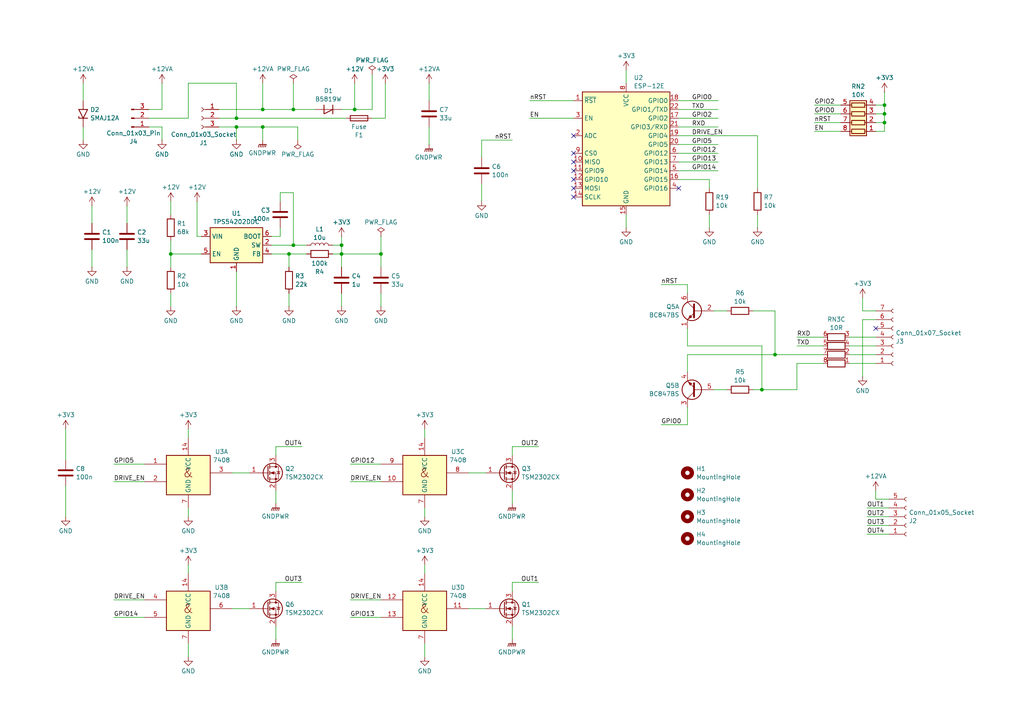
<source format=kicad_sch>
(kicad_sch (version 20231120) (generator "eeschema") (generator_version "8.0")
  (paper "A4")
  (lib_symbols
    (symbol "74xx_IEEE:7408"
      (property "Reference" "U" (at 2.54 7.62 0))
      (property "Value" "7408" (at 3.81 -8.89 0))
      (symbol "7408_0_1"
        (text "&" (at 0 0 0) (effects (font (size 2.54 2.54))))
        (pin power_in line (at 0 10.16 270) (length 5.08) (name "VCC") (number "14"))
        (pin power_in line (at 0 -10.16 90) (length 3.81) (name "GND") (number "7"))
      )
      (symbol "7408_1_1"
        (pin input line (at -12.7 2.54 0) (length 6.35) (name "~") (number "1"))
        (pin input line (at -12.7 -2.54 0) (length 6.35) (name "~") (number "2"))
        (pin output line (at 12.7 0 180) (length 6.35) (name "~") (number "3"))
      )
      (symbol "7408_2_1"
        (pin input line (at -12.7 2.54 0) (length 6.35) (name "~") (number "4"))
        (pin input line (at -12.7 -2.54 0) (length 6.35) (name "~") (number "5"))
        (pin input line (at 12.7 0 180) (length 6.35) (name "~") (number "6"))
      )
      (symbol "7408_3_1"
        (pin input line (at -12.7 -2.54 0) (length 6.35) (name "~") (number "10"))
        (pin input line (at 12.7 0 180) (length 6.35) (name "~") (number "8"))
        (pin input line (at -12.7 2.54 0) (length 6.35) (name "~") (number "9"))
      )
      (symbol "7408_4_1"
        (pin input line (at 12.7 0 180) (length 6.35) (name "~") (number "11"))
        (pin input line (at -12.7 2.54 0) (length 6.35) (name "~") (number "12"))
        (pin input line (at -12.7 -2.54 0) (length 6.35) (name "~") (number "13"))
      )
    )
    (symbol "Connector:Conn_01x03_Pin" (pin_names (offset 1.016) hide)
      (property "Reference" "J" (at 0 5.08 0))
      (property "Value" "Conn_01x03_Pin" (at 0 -5.08 0))
      (symbol "Conn_01x03_Pin_1_1"
        (pin passive line (at 5.08 2.54 180) (length 3.81) (name "Pin_1") (number "1"))
        (pin passive line (at 5.08 0 180) (length 3.81) (name "Pin_2") (number "2"))
        (pin passive line (at 5.08 -2.54 180) (length 3.81) (name "Pin_3") (number "3"))
      )
    )
    (symbol "Connector:Conn_01x03_Socket" (pin_names (offset 1.016) hide)
      (property "Reference" "J" (at 0 5.08 0))
      (property "Value" "Conn_01x03_Socket" (at 0 -5.08 0))
      (symbol "Conn_01x03_Socket_1_1"
        (pin passive line (at -5.08 2.54 0) (length 3.81) (name "Pin_1") (number "1"))
        (pin passive line (at -5.08 0 0) (length 3.81) (name "Pin_2") (number "2"))
        (pin passive line (at -5.08 -2.54 0) (length 3.81) (name "Pin_3") (number "3"))
      )
    )
    (symbol "Connector:Conn_01x05_Socket" (pin_names (offset 1.016) hide)
      (property "Reference" "J" (at 0 7.62 0))
      (property "Value" "Conn_01x05_Socket" (at 0 -7.62 0))
      (symbol "Conn_01x05_Socket_1_1"
        (pin passive line (at -5.08 5.08 0) (length 3.81) (name "Pin_1") (number "1"))
        (pin passive line (at -5.08 2.54 0) (length 3.81) (name "Pin_2") (number "2"))
        (pin passive line (at -5.08 0 0) (length 3.81) (name "Pin_3") (number "3"))
        (pin passive line (at -5.08 -2.54 0) (length 3.81) (name "Pin_4") (number "4"))
        (pin passive line (at -5.08 -5.08 0) (length 3.81) (name "Pin_5") (number "5"))
      )
    )
    (symbol "Connector:Conn_01x07_Socket" (pin_names (offset 1.016) hide)
      (property "Reference" "J" (at 0 10.16 0))
      (property "Value" "Conn_01x07_Socket" (at 0 -10.16 0))
      (symbol "Conn_01x07_Socket_1_1"
        (pin passive line (at -5.08 7.62 0) (length 3.81) (name "Pin_1") (number "1"))
        (pin passive line (at -5.08 5.08 0) (length 3.81) (name "Pin_2") (number "2"))
        (pin passive line (at -5.08 2.54 0) (length 3.81) (name "Pin_3") (number "3"))
        (pin passive line (at -5.08 0 0) (length 3.81) (name "Pin_4") (number "4"))
        (pin passive line (at -5.08 -2.54 0) (length 3.81) (name "Pin_5") (number "5"))
        (pin passive line (at -5.08 -5.08 0) (length 3.81) (name "Pin_6") (number "6"))
        (pin passive line (at -5.08 -7.62 0) (length 3.81) (name "Pin_7") (number "7"))
      )
    )
    (symbol "Device:C" (pin_numbers hide) (pin_names (offset 0.254))
      (property "Reference" "C" (at 0.635 2.54 0))
      (property "Value" "C" (at 0.635 -2.54 0))
      (symbol "C_1_1"
        (pin passive line (at 0 3.81 270) (length 2.794) (name "~") (number "1"))
        (pin passive line (at 0 -3.81 90) (length 2.794) (name "~") (number "2"))
      )
    )
    (symbol "Device:D_Shockley" (pin_numbers hide) (pin_names (offset 1.016) hide)
      (property "Reference" "D" (at 0 2.54 0))
      (property "Value" "D_Shockley" (at 0 -2.54 0))
      (symbol "D_Shockley_1_1"
        (pin passive line (at -3.81 0 0) (length 2.54) (name "K") (number "1"))
        (pin passive line (at 3.81 0 180) (length 2.54) (name "A") (number "2"))
      )
    )
    (symbol "Device:Fuse" (pin_numbers hide) (pin_names (offset 0))
      (property "Reference" "F" (at 2.032 0 90))
      (property "Value" "Fuse" (at -1.905 0 90))
      (symbol "Fuse_1_1"
        (pin passive line (at 0 3.81 270) (length 1.27) (name "~") (number "1"))
        (pin passive line (at 0 -3.81 90) (length 1.27) (name "~") (number "2"))
      )
    )
    (symbol "Device:L" (pin_numbers hide) (pin_names (offset 1.016) hide)
      (property "Reference" "L" (at -1.27 0 90))
      (property "Value" "L" (at 1.905 0 90))
      (symbol "L_1_1"
        (pin passive line (at 0 3.81 270) (length 1.27) (name "1") (number "1"))
        (pin passive line (at 0 -3.81 90) (length 1.27) (name "2") (number "2"))
      )
    )
    (symbol "Device:R" (pin_numbers hide) (pin_names (offset 0))
      (property "Reference" "R" (at 2.032 0 90))
      (property "Value" "R" (at 0 0 90))
      (symbol "R_1_1"
        (pin passive line (at 0 3.81 270) (length 1.27) (name "~") (number "1"))
        (pin passive line (at 0 -3.81 90) (length 1.27) (name "~") (number "2"))
      )
    )
    (symbol "Device:R_Pack04" (pin_names (offset 0) hide)
      (property "Reference" "RN" (at -7.62 0 90))
      (property "Value" "R_Pack04" (at 5.08 0 90))
      (symbol "R_Pack04_1_1"
        (pin passive line (at -5.08 -5.08 90) (length 2.54) (name "R1.1") (number "1"))
        (pin passive line (at -2.54 -5.08 90) (length 2.54) (name "R2.1") (number "2"))
        (pin passive line (at 0 -5.08 90) (length 2.54) (name "R3.1") (number "3"))
        (pin passive line (at 2.54 -5.08 90) (length 2.54) (name "R4.1") (number "4"))
        (pin passive line (at 2.54 5.08 270) (length 2.54) (name "R4.2") (number "5"))
        (pin passive line (at 0 5.08 270) (length 2.54) (name "R3.2") (number "6"))
        (pin passive line (at -2.54 5.08 270) (length 2.54) (name "R2.2") (number "7"))
        (pin passive line (at -5.08 5.08 270) (length 2.54) (name "R1.2") (number "8"))
      )
    )
    (symbol "Device:R_Pack04_Split" (pin_names (offset 0) hide)
      (property "Reference" "RN" (at 2.032 0 90))
      (property "Value" "R_Pack04_Split" (at 0 0 90))
      (symbol "R_Pack04_Split_1_1"
        (pin passive line (at 0 -3.81 90) (length 1.27) (name "R1.1") (number "1"))
        (pin passive line (at 0 3.81 270) (length 1.27) (name "R1.2") (number "8"))
      )
      (symbol "R_Pack04_Split_2_1"
        (pin passive line (at 0 -3.81 90) (length 1.27) (name "R2.1") (number "2"))
        (pin passive line (at 0 3.81 270) (length 1.27) (name "R2.2") (number "7"))
      )
      (symbol "R_Pack04_Split_3_1"
        (pin passive line (at 0 -3.81 90) (length 1.27) (name "R3.1") (number "3"))
        (pin passive line (at 0 3.81 270) (length 1.27) (name "R3.2") (number "6"))
      )
      (symbol "R_Pack04_Split_4_1"
        (pin passive line (at 0 -3.81 90) (length 1.27) (name "R4.1") (number "4"))
        (pin passive line (at 0 3.81 270) (length 1.27) (name "R4.2") (number "5"))
      )
    )
    (symbol "Diode:SMAJ12A" (pin_numbers hide) (pin_names (offset 1.016) hide)
      (property "Reference" "D" (at 0 2.54 0))
      (property "Value" "SMAJ12A" (at 0 -2.54 0))
      (symbol "SMAJ12A_1_1"
        (pin passive line (at -3.81 0 0) (length 2.54) (name "A1") (number "1"))
        (pin passive line (at 3.81 0 180) (length 2.54) (name "A2") (number "2"))
      )
    )
    (symbol "Mechanical:MountingHole" (pin_names (offset 1.016)) (exclude_from_sim yes) (in_bom no)
      (property "Reference" "H" (at 0 5.08 0))
      (property "Value" "MountingHole" (at 0 3.175 0))
    )
    (symbol "RF_Module:ESP-12E"
      (property "Reference" "U" (at -12.7 19.05 0))
      (property "Value" "ESP-12E" (at 12.7 19.05 0))
      (symbol "ESP-12E_1_1"
        (pin input line (at -15.24 15.24 0) (length 2.54) (name "~{RST}") (number "1"))
        (pin bidirectional line (at -15.24 -2.54 0) (length 2.54) (name "MISO") (number "10"))
        (pin bidirectional line (at -15.24 -5.08 0) (length 2.54) (name "GPIO9") (number "11"))
        (pin bidirectional line (at -15.24 -7.62 0) (length 2.54) (name "GPIO10") (number "12"))
        (pin bidirectional line (at -15.24 -10.16 0) (length 2.54) (name "MOSI") (number "13"))
        (pin bidirectional line (at -15.24 -12.7 0) (length 2.54) (name "SCLK") (number "14"))
        (pin power_in line (at 0 -17.78 90) (length 2.54) (name "GND") (number "15"))
        (pin bidirectional line (at 15.24 -7.62 180) (length 2.54) (name "GPIO15") (number "16"))
        (pin bidirectional line (at 15.24 10.16 180) (length 2.54) (name "GPIO2") (number "17"))
        (pin bidirectional line (at 15.24 15.24 180) (length 2.54) (name "GPIO0") (number "18"))
        (pin bidirectional line (at 15.24 5.08 180) (length 2.54) (name "GPIO4") (number "19"))
        (pin input line (at -15.24 5.08 0) (length 2.54) (name "ADC") (number "2"))
        (pin bidirectional line (at 15.24 2.54 180) (length 2.54) (name "GPIO5") (number "20"))
        (pin bidirectional line (at 15.24 7.62 180) (length 2.54) (name "GPIO3/RXD") (number "21"))
        (pin bidirectional line (at 15.24 12.7 180) (length 2.54) (name "GPIO1/TXD") (number "22"))
        (pin input line (at -15.24 10.16 0) (length 2.54) (name "EN") (number "3"))
        (pin bidirectional line (at 15.24 -10.16 180) (length 2.54) (name "GPIO16") (number "4"))
        (pin bidirectional line (at 15.24 -5.08 180) (length 2.54) (name "GPIO14") (number "5"))
        (pin bidirectional line (at 15.24 0 180) (length 2.54) (name "GPIO12") (number "6"))
        (pin bidirectional line (at 15.24 -2.54 180) (length 2.54) (name "GPIO13") (number "7"))
        (pin power_in line (at 0 20.32 270) (length 2.54) (name "VCC") (number "8"))
        (pin input line (at -15.24 0 0) (length 2.54) (name "CS0") (number "9"))
      )
    )
    (symbol "Regulator_Switching:TPS54202DDC"
      (property "Reference" "U" (at -7.62 6.35 0))
      (property "Value" "TPS54202DDC" (at 0 6.35 0))
      (symbol "TPS54202DDC_1_1"
        (pin power_in line (at 0 -7.62 90) (length 2.54) (name "GND") (number "1"))
        (pin power_out line (at 10.16 0 180) (length 2.54) (name "SW") (number "2"))
        (pin power_in line (at -10.16 2.54 0) (length 2.54) (name "VIN") (number "3"))
        (pin input line (at 10.16 -2.54 180) (length 2.54) (name "FB") (number "4"))
        (pin input line (at -10.16 -2.54 0) (length 2.54) (name "EN") (number "5"))
        (pin passive line (at 10.16 2.54 180) (length 2.54) (name "BOOT") (number "6"))
      )
    )
    (symbol "Transistor_BJT:BC847BS" (pin_names (offset 0) hide)
      (property "Reference" "Q" (at 5.08 1.27 0))
      (property "Value" "BC847BS" (at 5.08 -1.27 0))
      (symbol "BC847BS_1_1"
        (pin passive line (at 2.54 -5.08 90) (length 2.54) (name "E1") (number "1"))
        (pin input line (at -5.08 0 0) (length 2.54) (name "B1") (number "2"))
        (pin passive line (at 2.54 5.08 270) (length 2.54) (name "C1") (number "6"))
      )
      (symbol "BC847BS_2_1"
        (pin passive line (at 2.54 5.08 270) (length 2.54) (name "C2") (number "3"))
        (pin passive line (at 2.54 -5.08 90) (length 2.54) (name "E2") (number "4"))
        (pin input line (at -5.08 0 0) (length 2.54) (name "B2") (number "5"))
      )
    )
    (symbol "Transistor_FET:TSM2302CX" (pin_names hide)
      (property "Reference" "Q" (at 5.08 1.905 0))
      (property "Value" "TSM2302CX" (at 5.08 0 0))
      (symbol "TSM2302CX_1_1"
        (pin input line (at -5.08 0 0) (length 2.54) (name "G") (number "1"))
        (pin passive line (at 2.54 -5.08 90) (length 2.54) (name "S") (number "2"))
        (pin passive line (at 2.54 5.08 270) (length 2.54) (name "D") (number "3"))
      )
    )
    (symbol "power:+12V" (power) (pin_numbers hide) (pin_names (offset 0) hide)
      (property "Value" "+12V" (at 0 3.556 0))
      (symbol "+12V_1_1"
        (pin power_in line (at 0 0 90) (length 0) (name "~") (number "1"))
      )
    )
    (symbol "power:+12VA" (power) (pin_numbers hide) (pin_names (offset 0) hide)
      (property "Value" "+12VA" (at 0 3.556 0))
      (symbol "+12VA_1_1"
        (pin power_in line (at 0 0 90) (length 0) (name "~") (number "1"))
      )
    )
    (symbol "power:+3V3" (power) (pin_numbers hide) (pin_names (offset 0) hide)
      (property "Value" "+3V3" (at 0 3.556 0))
      (symbol "+3V3_1_1"
        (pin power_in line (at 0 0 90) (length 0) (name "~") (number "1"))
      )
    )
    (symbol "power:GND" (power) (pin_numbers hide) (pin_names (offset 0) hide)
      (property "Value" "GND" (at 0 -3.81 0))
      (symbol "GND_1_1"
        (pin power_in line (at 0 0 270) (length 0) (name "~") (number "1"))
      )
    )
    (symbol "power:GNDPWR" (power) (pin_numbers hide) (pin_names (offset 0) hide)
      (property "Value" "GNDPWR" (at 0 -3.302 0))
      (symbol "GNDPWR_1_1"
        (pin power_in line (at 0 0 270) (length 0) (name "~") (number "1"))
      )
    )
    (symbol "power:PWR_FLAG" (power) (pin_numbers hide) (pin_names (offset 0) hide)
      (property "Value" "PWR_FLAG" (at 0 3.81 0))
      (symbol "PWR_FLAG_0_0"
        (pin power_out line (at 0 0 90) (length 0) (name "~") (number "1"))
      )
    )
  )
  (junction (at 99.06 73.66))
  (junction (at 110.49 73.66))
  (junction (at 256.54 30.48))
  (junction (at 85.09 31.75))
  (junction (at 68.58 34.29))
  (junction (at 49.53 73.66))
  (junction (at 220.98 113.03))
  (junction (at 85.09 71.12))
  (junction (at 68.58 36.83))
  (junction (at 102.87 31.75))
  (junction (at 256.54 33.02))
  (junction (at 76.2 31.75))
  (junction (at 83.82 73.66))
  (junction (at 76.2 36.83))
  (junction (at 256.54 35.56))
  (junction (at 224.79 102.87))
  (junction (at 99.06 71.12))
  (no_connect (at 166.37 57.15))
  (no_connect (at 166.37 46.99))
  (no_connect (at 166.37 44.45))
  (no_connect (at 196.85 54.61))
  (no_connect (at 166.37 39.37))
  (no_connect (at 166.37 49.53))
  (no_connect (at 166.37 54.61))
  (no_connect (at 166.37 52.07))
  (no_connect (at 254 95.25))
  (wire (pts (xy 205.74 62.23) (xy 205.74 66.04)))
  (wire (pts (xy 256.54 35.56) (xy 256.54 33.02)))
  (wire (pts (xy 76.2 36.83) (xy 76.2 40.64)))
  (wire (pts (xy 124.46 24.13) (xy 124.46 29.21)))
  (wire (pts (xy 19.05 124.46) (xy 19.05 133.35)))
  (wire (pts (xy 83.82 73.66) (xy 83.82 77.47)))
  (wire (pts (xy 148.59 168.91) (xy 156.21 168.91)))
  (wire (pts (xy 49.53 58.42) (xy 49.53 62.23)))
  (wire (pts (xy 123.19 124.46) (xy 123.19 127)))
  (wire (pts (xy 36.83 59.69) (xy 36.83 64.77)))
  (wire (pts (xy 254 35.56) (xy 256.54 35.56)))
  (wire (pts (xy 148.59 142.24) (xy 148.59 146.05)))
  (wire (pts (xy 99.06 85.09) (xy 99.06 88.9)))
  (wire (pts (xy 218.44 113.03) (xy 220.98 113.03)))
  (wire (pts (xy 110.49 68.58) (xy 110.49 73.66)))
  (wire (pts (xy 54.61 147.32) (xy 54.61 149.86)))
  (wire (pts (xy 254 30.48) (xy 256.54 30.48)))
  (wire (pts (xy 219.71 62.23) (xy 219.71 66.04)))
  (wire (pts (xy 148.59 129.54) (xy 156.21 129.54)))
  (wire (pts (xy 196.85 46.99) (xy 208.28 46.99)))
  (wire (pts (xy 196.85 34.29) (xy 208.28 34.29)))
  (wire (pts (xy 63.5 36.83) (xy 68.58 36.83)))
  (wire (pts (xy 80.01 129.54) (xy 87.63 129.54)))
  (wire (pts (xy 85.09 55.88) (xy 85.09 71.12)))
  (wire (pts (xy 250.19 86.36) (xy 250.19 90.17)))
  (wire (pts (xy 205.74 52.07) (xy 205.74 54.61)))
  (wire (pts (xy 220.98 113.03) (xy 231.14 113.03)))
  (wire (pts (xy 231.14 113.03) (xy 231.14 105.41)))
  (wire (pts (xy 36.83 72.39) (xy 36.83 77.47)))
  (wire (pts (xy 148.59 181.61) (xy 148.59 185.42)))
  (wire (pts (xy 101.6 134.62) (xy 110.49 134.62)))
  (wire (pts (xy 199.39 100.33) (xy 220.98 100.33)))
  (wire (pts (xy 251.46 149.86) (xy 257.81 149.86)))
  (wire (pts (xy 80.01 168.91) (xy 87.63 168.91)))
  (wire (pts (xy 148.59 132.08) (xy 148.59 129.54)))
  (wire (pts (xy 251.46 147.32) (xy 257.81 147.32)))
  (wire (pts (xy 246.38 102.87) (xy 254 102.87)))
  (wire (pts (xy 96.52 73.66) (xy 99.06 73.66)))
  (wire (pts (xy 224.79 90.17) (xy 224.79 102.87)))
  (wire (pts (xy 250.19 109.22) (xy 250.19 92.71)))
  (wire (pts (xy 196.85 52.07) (xy 205.74 52.07)))
  (wire (pts (xy 107.95 21.59) (xy 107.95 31.75)))
  (wire (pts (xy 49.53 69.85) (xy 49.53 73.66)))
  (wire (pts (xy 236.22 30.48) (xy 243.84 30.48)))
  (wire (pts (xy 81.28 66.04) (xy 81.28 68.58)))
  (wire (pts (xy 196.85 31.75) (xy 208.28 31.75)))
  (wire (pts (xy 24.13 24.13) (xy 24.13 29.21)))
  (wire (pts (xy 81.28 55.88) (xy 85.09 55.88)))
  (wire (pts (xy 199.39 82.55) (xy 199.39 85.09)))
  (wire (pts (xy 218.44 90.17) (xy 224.79 90.17)))
  (wire (pts (xy 220.98 100.33) (xy 220.98 113.03)))
  (wire (pts (xy 67.31 176.53) (xy 72.39 176.53)))
  (wire (pts (xy 63.5 34.29) (xy 68.58 34.29)))
  (wire (pts (xy 68.58 36.83) (xy 68.58 40.64)))
  (wire (pts (xy 99.06 71.12) (xy 99.06 73.66)))
  (wire (pts (xy 153.67 34.29) (xy 166.37 34.29)))
  (wire (pts (xy 54.61 124.46) (xy 54.61 127)))
  (wire (pts (xy 33.02 173.99) (xy 41.91 173.99)))
  (wire (pts (xy 78.74 71.12) (xy 85.09 71.12)))
  (wire (pts (xy 76.2 24.13) (xy 76.2 31.75)))
  (wire (pts (xy 111.76 24.13) (xy 111.76 34.29)))
  (wire (pts (xy 86.36 36.83) (xy 86.36 40.64)))
  (wire (pts (xy 196.85 41.91) (xy 208.28 41.91)))
  (wire (pts (xy 26.67 59.69) (xy 26.67 64.77)))
  (wire (pts (xy 191.77 123.19) (xy 199.39 123.19)))
  (wire (pts (xy 236.22 35.56) (xy 243.84 35.56)))
  (wire (pts (xy 33.02 179.07) (xy 41.91 179.07)))
  (wire (pts (xy 256.54 33.02) (xy 256.54 30.48)))
  (wire (pts (xy 85.09 24.13) (xy 85.09 31.75)))
  (wire (pts (xy 33.02 139.7) (xy 41.91 139.7)))
  (wire (pts (xy 85.09 71.12) (xy 88.9 71.12)))
  (wire (pts (xy 199.39 123.19) (xy 199.39 118.11)))
  (wire (pts (xy 254 142.24) (xy 254 144.78)))
  (wire (pts (xy 54.61 24.13) (xy 68.58 24.13)))
  (wire (pts (xy 224.79 102.87) (xy 238.76 102.87)))
  (wire (pts (xy 124.46 36.83) (xy 124.46 41.91)))
  (wire (pts (xy 85.09 31.75) (xy 91.44 31.75)))
  (wire (pts (xy 83.82 73.66) (xy 88.9 73.66)))
  (wire (pts (xy 196.85 39.37) (xy 219.71 39.37)))
  (wire (pts (xy 251.46 152.4) (xy 257.81 152.4)))
  (wire (pts (xy 148.59 171.45) (xy 148.59 168.91)))
  (wire (pts (xy 254 144.78) (xy 257.81 144.78)))
  (wire (pts (xy 99.06 31.75) (xy 102.87 31.75)))
  (wire (pts (xy 80.01 132.08) (xy 80.01 129.54)))
  (wire (pts (xy 246.38 97.79) (xy 254 97.79)))
  (wire (pts (xy 231.14 100.33) (xy 238.76 100.33)))
  (wire (pts (xy 256.54 26.67) (xy 256.54 30.48)))
  (wire (pts (xy 80.01 181.61) (xy 80.01 185.42)))
  (wire (pts (xy 153.67 29.21) (xy 166.37 29.21)))
  (wire (pts (xy 49.53 73.66) (xy 49.53 77.47)))
  (wire (pts (xy 99.06 73.66) (xy 110.49 73.66)))
  (wire (pts (xy 196.85 36.83) (xy 208.28 36.83)))
  (wire (pts (xy 54.61 186.69) (xy 54.61 190.5)))
  (wire (pts (xy 254 33.02) (xy 256.54 33.02)))
  (wire (pts (xy 54.61 34.29) (xy 54.61 24.13)))
  (wire (pts (xy 19.05 140.97) (xy 19.05 149.86)))
  (wire (pts (xy 54.61 163.83) (xy 54.61 166.37)))
  (wire (pts (xy 196.85 29.21) (xy 208.28 29.21)))
  (wire (pts (xy 111.76 34.29) (xy 107.95 34.29)))
  (wire (pts (xy 196.85 44.45) (xy 208.28 44.45)))
  (wire (pts (xy 236.22 33.02) (xy 243.84 33.02)))
  (wire (pts (xy 57.15 58.42) (xy 57.15 68.58)))
  (wire (pts (xy 81.28 58.42) (xy 81.28 55.88)))
  (wire (pts (xy 123.19 147.32) (xy 123.19 149.86)))
  (wire (pts (xy 96.52 71.12) (xy 99.06 71.12)))
  (wire (pts (xy 78.74 68.58) (xy 81.28 68.58)))
  (wire (pts (xy 43.18 34.29) (xy 54.61 34.29)))
  (wire (pts (xy 26.67 72.39) (xy 26.67 77.47)))
  (wire (pts (xy 219.71 39.37) (xy 219.71 54.61)))
  (wire (pts (xy 80.01 142.24) (xy 80.01 146.05)))
  (wire (pts (xy 139.7 53.34) (xy 139.7 58.42)))
  (wire (pts (xy 254 38.1) (xy 256.54 38.1)))
  (wire (pts (xy 68.58 34.29) (xy 100.33 34.29)))
  (wire (pts (xy 33.02 134.62) (xy 41.91 134.62)))
  (wire (pts (xy 101.6 179.07) (xy 110.49 179.07)))
  (wire (pts (xy 250.19 90.17) (xy 254 90.17)))
  (wire (pts (xy 236.22 38.1) (xy 243.84 38.1)))
  (wire (pts (xy 101.6 173.99) (xy 110.49 173.99)))
  (wire (pts (xy 46.99 36.83) (xy 43.18 36.83)))
  (wire (pts (xy 107.95 31.75) (xy 102.87 31.75)))
  (wire (pts (xy 46.99 40.64) (xy 46.99 36.83)))
  (wire (pts (xy 139.7 40.64) (xy 139.7 45.72)))
  (wire (pts (xy 83.82 85.09) (xy 83.82 88.9)))
  (wire (pts (xy 135.89 176.53) (xy 140.97 176.53)))
  (wire (pts (xy 181.61 20.32) (xy 181.61 24.13)))
  (wire (pts (xy 123.19 163.83) (xy 123.19 166.37)))
  (wire (pts (xy 78.74 73.66) (xy 83.82 73.66)))
  (wire (pts (xy 76.2 36.83) (xy 86.36 36.83)))
  (wire (pts (xy 246.38 105.41) (xy 254 105.41)))
  (wire (pts (xy 76.2 31.75) (xy 85.09 31.75)))
  (wire (pts (xy 139.7 40.64) (xy 148.59 40.64)))
  (wire (pts (xy 68.58 24.13) (xy 68.58 34.29)))
  (wire (pts (xy 63.5 31.75) (xy 76.2 31.75)))
  (wire (pts (xy 199.39 95.25) (xy 199.39 100.33)))
  (wire (pts (xy 135.89 137.16) (xy 140.97 137.16)))
  (wire (pts (xy 49.53 73.66) (xy 58.42 73.66)))
  (wire (pts (xy 46.99 31.75) (xy 43.18 31.75)))
  (wire (pts (xy 58.42 68.58) (xy 57.15 68.58)))
  (wire (pts (xy 207.01 113.03) (xy 210.82 113.03)))
  (wire (pts (xy 68.58 78.74) (xy 68.58 88.9)))
  (wire (pts (xy 101.6 139.7) (xy 110.49 139.7)))
  (wire (pts (xy 246.38 100.33) (xy 254 100.33)))
  (wire (pts (xy 99.06 68.58) (xy 99.06 71.12)))
  (wire (pts (xy 231.14 105.41) (xy 238.76 105.41)))
  (wire (pts (xy 231.14 97.79) (xy 238.76 97.79)))
  (wire (pts (xy 207.01 90.17) (xy 210.82 90.17)))
  (wire (pts (xy 110.49 73.66) (xy 110.49 77.47)))
  (wire (pts (xy 181.61 62.23) (xy 181.61 66.04)))
  (wire (pts (xy 99.06 73.66) (xy 99.06 77.47)))
  (wire (pts (xy 199.39 102.87) (xy 199.39 107.95)))
  (wire (pts (xy 68.58 36.83) (xy 76.2 36.83)))
  (wire (pts (xy 256.54 38.1) (xy 256.54 35.56)))
  (wire (pts (xy 251.46 154.94) (xy 257.81 154.94)))
  (wire (pts (xy 102.87 31.75) (xy 102.87 24.13)))
  (wire (pts (xy 46.99 24.13) (xy 46.99 31.75)))
  (wire (pts (xy 110.49 85.09) (xy 110.49 88.9)))
  (wire (pts (xy 250.19 92.71) (xy 254 92.71)))
  (wire (pts (xy 49.53 85.09) (xy 49.53 88.9)))
  (wire (pts (xy 67.31 137.16) (xy 72.39 137.16)))
  (wire (pts (xy 199.39 102.87) (xy 224.79 102.87)))
  (wire (pts (xy 191.77 82.55) (xy 199.39 82.55)))
  (wire (pts (xy 80.01 171.45) (xy 80.01 168.91)))
  (wire (pts (xy 24.13 36.83) (xy 24.13 40.64)))
  (wire (pts (xy 123.19 186.69) (xy 123.19 190.5)))
  (wire (pts (xy 196.85 49.53) (xy 208.28 49.53)))
  (label "OUT2" (at 151.13 129.54 0))
  (label "OUT3" (at 251.46 152.4 0))
  (label "OUT4" (at 82.55 129.54 0))
  (label "EN" (at 153.67 34.29 0))
  (label "GPIO14" (at 33.02 179.07 0))
  (label "DRIVE_EN" (at 33.02 173.99 0))
  (label "DRIVE_EN" (at 101.6 173.99 0))
  (label "GPIO5" (at 33.02 134.62 0))
  (label "TXD" (at 200.66 31.75 0))
  (label "OUT3" (at 82.55 168.91 0))
  (label "OUT1" (at 151.13 168.91 0))
  (label "nRST" (at 236.22 35.56 0))
  (label "GPIO12" (at 200.66 44.45 0))
  (label "GPIO13" (at 200.66 46.99 0))
  (label "DRIVE_EN" (at 33.02 139.7 0))
  (label "nRST" (at 143.51 40.64 0))
  (label "OUT2" (at 251.46 149.86 0))
  (label "nRST" (at 191.77 82.55 0))
  (label "GPIO0" (at 236.22 33.02 0))
  (label "RXD" (at 200.66 36.83 0))
  (label "GPIO2" (at 200.66 34.29 0))
  (label "DRIVE_EN" (at 200.66 39.37 0))
  (label "OUT1" (at 251.46 147.32 0))
  (label "GPIO14" (at 200.66 49.53 0))
  (label "EN" (at 236.22 38.1 0))
  (label "RXD" (at 231.14 97.79 0))
  (label "nRST" (at 153.67 29.21 0))
  (label "GPIO2" (at 236.22 30.48 0))
  (label "GPIO5" (at 200.66 41.91 0))
  (label "GPIO0" (at 200.66 29.21 0))
  (label "DRIVE_EN" (at 101.6 139.7 0))
  (label "GPIO12" (at 101.6 134.62 0))
  (label "GPIO0" (at 191.77 123.19 0))
  (label "GPIO13" (at 101.6 179.07 0))
  (label "TXD" (at 231.14 100.33 0))
  (label "OUT4" (at 251.46 154.94 0))
  (symbol (lib_id "power:+12VA") (at 76.2 24.13 0) (unit 1)
    (property "Reference" "#PWR02" (effects (hide yes)))
    (property "Value" "+12VA" (at 76.2 19.9969 0))
    (property "Description" "Power symbol creates a global label with name \"+12VA\"" (effects (hide yes)))
  )
  (symbol (lib_id "power:GNDPWR") (at 80.01 146.05 0) (unit 1)
    (property "Reference" "#PWR025" (effects (hide yes)))
    (property "Value" "GNDPWR" (at 79.883 149.7767 0))
    (property "Description" "Power symbol creates a global label with name \"GNDPWR\" , global ground" (effects (hide yes)))
  )
  (symbol (lib_id "power:GNDPWR") (at 76.2 40.64 0) (unit 1)
    (property "Reference" "#PWR04" (effects (hide yes)))
    (property "Value" "GNDPWR" (at 76.073 44.3667 0))
    (property "Description" "Power symbol creates a global label with name \"GNDPWR\" , global ground" (effects (hide yes)))
  )
  (symbol (lib_id "power:GND") (at 68.58 88.9 0) (unit 1)
    (property "Reference" "#PWR012" (effects (hide yes)))
    (property "Value" "GND" (at 68.58 93.0331 0))
    (property "Description" "Power symbol creates a global label with name \"GND\" , ground" (effects (hide yes)))
  )
  (symbol (lib_id "Mechanical:MountingHole") (at 199.39 156.21 0) (unit 1) (exclude_from_sim yes) (in_bom no)
    (property "Reference" "H4" (at 201.93 154.9978 0) (effects (justify left)))
    (property "Value" "MountingHole" (at 201.93 157.4221 0) (effects (justify left)))
    (property "Footprint" "MountingHole:MountingHole_3.2mm_M3_ISO7380" (effects (hide yes)))
    (property "Description" "Mounting Hole without connection" (effects (hide yes)))
  )
  (symbol (lib_id "power:+3V3") (at 99.06 68.58 0) (unit 1)
    (property "Reference" "#PWR016" (effects (hide yes)))
    (property "Value" "+3V3" (at 99.06 64.4469 0))
    (property "Description" "Power symbol creates a global label with name \"+3V3\"" (effects (hide yes)))
  )
  (symbol (lib_id "power:GND") (at 139.7 58.42 0) (unit 1)
    (property "Reference" "#PWR020" (effects (hide yes)))
    (property "Value" "GND" (at 139.7 62.5531 0))
    (property "Description" "Power symbol creates a global label with name \"GND\" , ground" (effects (hide yes)))
  )
  (symbol (lib_id "power:GNDPWR") (at 124.46 41.91 0) (unit 1)
    (property "Reference" "#PWR029" (effects (hide yes)))
    (property "Value" "GNDPWR" (at 124.333 45.6367 0))
    (property "Description" "Power symbol creates a global label with name \"GNDPWR\" , global ground" (effects (hide yes)))
  )
  (symbol (lib_id "power:GND") (at 68.58 40.64 0) (unit 1)
    (property "Reference" "#PWR05" (effects (hide yes)))
    (property "Value" "GND" (at 68.58 44.7731 0))
    (property "Description" "Power symbol creates a global label with name \"GND\" , ground" (effects (hide yes)))
  )
  (symbol (lib_id "74xx_IEEE:7408") (at 123.19 137.16 0) (unit 3)
    (property "Reference" "U3" (at 132.8322 131.015 0))
    (property "Value" "7408" (at 132.8322 133.4393 0))
    (property "Footprint" "Package_SO:TSSOP-14_4.4x5mm_P0.65mm" (effects (hide yes)))
  )
  (symbol (lib_id "Device:R") (at 92.71 73.66 270) (unit 1)
    (property "Reference" "R4" (at 92.71 78.8205 90))
    (property "Value" "100k" (at 92.71 76.3962 90))
    (property "Footprint" "Resistor_SMD:R_0805_2012Metric_Pad1.20x1.40mm_HandSolder" (effects (hide yes)))
    (property "Description" "Resistor" (effects (hide yes)))
  )
  (symbol (lib_id "Device:C") (at 110.49 81.28 0) (unit 1)
    (property "Reference" "C5" (at 113.411 80.0678 0) (effects (justify left)))
    (property "Value" "33u" (at 113.411 82.4921 0) (effects (justify left)))
    (property "Footprint" "Capacitor_SMD:C_1812_4532Metric_Pad1.57x3.40mm_HandSolder" (effects (hide yes)))
    (property "Description" "Unpolarized capacitor" (effects (hide yes)))
  )
  (symbol (lib_id "RF_Module:ESP-12E") (at 181.61 44.45 0) (unit 1)
    (property "Reference" "U2" (at 183.8041 22.5255 0) (effects (justify left)))
    (property "Value" "ESP-12E" (at 183.8041 24.9498 0) (effects (justify left)))
    (property "Footprint" "RF_Module:ESP-12E" (effects (hide yes)))
    (property "Datasheet" "http://wiki.ai-thinker.com/_media/esp8266/esp8266_series_modules_user_manual_v1.1.pdf" (effects (hide yes)))
    (property "Description" "802.11 b/g/n Wi-Fi Module" (effects (hide yes)))
  )
  (symbol (lib_id "Connector:Conn_01x05_Socket") (at 262.89 149.86 0) (mirror x) (unit 1)
    (property "Reference" "J2" (at 263.6012 151.0722 0) (effects (justify left)))
    (property "Value" "Conn_01x05_Socket" (at 263.6012 148.6479 0) (effects (justify left)))
    (property "Footprint" "Connector_PinSocket_2.54mm:PinSocket_1x05_P2.54mm_Horizontal" (effects (hide yes)))
    (property "Description" "Generic connector, single row, 01x05, script generated" (effects (hide yes)))
  )
  (symbol (lib_id "Device:R_Pack04") (at 248.92 33.02 90) (unit 1)
    (property "Reference" "RN2" (at 248.92 25.0655 90))
    (property "Value" "10K" (at 248.92 27.4898 90))
    (property "Footprint" "Resistor_SMD:R_Array_Convex_4x0612" (effects (hide yes)))
    (property "Description" "4 resistor network, parallel topology" (effects (hide yes)))
  )
  (symbol (lib_id "Device:R_Pack04_Split") (at 242.57 100.33 90) (unit 4)
    (property "Reference" "RN3" (effects (hide yes)))
    (property "Value" "10R" (effects (hide yes)))
    (property "Footprint" "Resistor_SMD:R_Array_Convex_4x0612" (effects (hide yes)))
    (property "Description" "4 resistor network, parallel topology, split" (effects (hide yes)))
  )
  (symbol (lib_id "power:GNDPWR") (at 80.01 185.42 0) (unit 1)
    (property "Reference" "#PWR024" (effects (hide yes)))
    (property "Value" "GNDPWR" (at 79.883 189.1467 0))
    (property "Description" "Power symbol creates a global label with name \"GNDPWR\" , global ground" (effects (hide yes)))
  )
  (symbol (lib_id "Device:R_Pack04_Split") (at 242.57 102.87 90) (unit 2)
    (property "Reference" "RN3" (effects (hide yes)))
    (property "Value" "10R" (effects (hide yes)))
    (property "Footprint" "Resistor_SMD:R_Array_Convex_4x0612" (effects (hide yes)))
    (property "Description" "4 resistor network, parallel topology, split" (effects (hide yes)))
  )
  (symbol (lib_id "power:+3V3") (at 19.05 124.46 0) (unit 1)
    (property "Reference" "#PWR043" (effects (hide yes)))
    (property "Value" "+3V3" (at 19.05 120.3269 0))
    (property "Description" "Power symbol creates a global label with name \"+3V3\"" (effects (hide yes)))
  )
  (symbol (lib_id "power:+12VA") (at 254 142.24 0) (unit 1)
    (property "Reference" "#PWR019" (effects (hide yes)))
    (property "Value" "+12VA" (at 254 138.1069 0))
    (property "Description" "Power symbol creates a global label with name \"+12VA\"" (effects (hide yes)))
  )
  (symbol (lib_id "power:+12V") (at 57.15 58.42 0) (unit 1)
    (property "Reference" "#PWR017" (effects (hide yes)))
    (property "Value" "+12V" (at 57.15 54.2869 0))
    (property "Description" "Power symbol creates a global label with name \"+12V\"" (effects (hide yes)))
  )
  (symbol (lib_id "Device:R") (at 49.53 66.04 0) (unit 1)
    (property "Reference" "R1" (at 51.308 64.8278 0) (effects (justify left)))
    (property "Value" "68k" (at 51.308 67.2521 0) (effects (justify left)))
    (property "Footprint" "Resistor_SMD:R_0805_2012Metric_Pad1.20x1.40mm_HandSolder" (effects (hide yes)))
    (property "Description" "Resistor" (effects (hide yes)))
  )
  (symbol (lib_id "power:+3V3") (at 111.76 24.13 0) (unit 1)
    (property "Reference" "#PWR01" (effects (hide yes)))
    (property "Value" "+3V3" (at 111.76 19.9969 0))
    (property "Description" "Power symbol creates a global label with name \"+3V3\"" (effects (hide yes)))
  )
  (symbol (lib_id "74xx_IEEE:7408") (at 54.61 137.16 0) (unit 1)
    (property "Reference" "U3" (at 64.2522 131.015 0))
    (property "Value" "7408" (at 64.2522 133.4393 0))
    (property "Footprint" "Package_SO:TSSOP-14_4.4x5mm_P0.65mm" (effects (hide yes)))
  )
  (symbol (lib_id "Transistor_BJT:BC847BS") (at 201.93 113.03 180) (unit 2)
    (property "Reference" "Q5" (at 197.0786 111.8178 0) (effects (justify left)))
    (property "Value" "BC847BS" (at 197.0786 114.2421 0) (effects (justify left)))
    (property "Footprint" "Package_TO_SOT_SMD:SOT-363_SC-70-6" (effects (hide yes)))
    (property "Datasheet" "https://assets.nexperia.com/documents/data-sheet/BC847BS.pdf" (effects (hide yes)))
    (property "Description" "100mA IC, 45V Vce, Dual NPN/NPN Transistors, SOT-363" (effects (hide yes)))
  )
  (symbol (lib_id "power:GND") (at 110.49 88.9 0) (unit 1)
    (property "Reference" "#PWR015" (effects (hide yes)))
    (property "Value" "GND" (at 110.49 93.0331 0))
    (property "Description" "Power symbol creates a global label with name \"GND\" , ground" (effects (hide yes)))
  )
  (symbol (lib_id "power:+3V3") (at 256.54 26.67 0) (unit 1)
    (property "Reference" "#PWR021" (effects (hide yes)))
    (property "Value" "+3V3" (at 256.54 22.5369 0))
    (property "Description" "Power symbol creates a global label with name \"+3V3\"" (effects (hide yes)))
  )
  (symbol (lib_id "power:GNDPWR") (at 148.59 185.42 0) (unit 1)
    (property "Reference" "#PWR022" (effects (hide yes)))
    (property "Value" "GNDPWR" (at 148.463 189.1467 0))
    (property "Description" "Power symbol creates a global label with name \"GNDPWR\" , global ground" (effects (hide yes)))
  )
  (symbol (lib_id "Device:C") (at 36.83 68.58 0) (unit 1)
    (property "Reference" "C2" (at 39.751 67.3678 0) (effects (justify left)))
    (property "Value" "33u" (at 39.751 69.7921 0) (effects (justify left)))
    (property "Footprint" "Capacitor_SMD:C_1812_4532Metric_Pad1.57x3.40mm_HandSolder" (effects (hide yes)))
    (property "Description" "Unpolarized capacitor" (effects (hide yes)))
  )
  (symbol (lib_id "power:+3V3") (at 54.61 124.46 0) (unit 1)
    (property "Reference" "#PWR041" (effects (hide yes)))
    (property "Value" "+3V3" (at 54.61 120.3269 0))
    (property "Description" "Power symbol creates a global label with name \"+3V3\"" (effects (hide yes)))
  )
  (symbol (lib_id "Diode:SMAJ12A") (at 24.13 33.02 90) (unit 1)
    (property "Reference" "D2" (at 26.162 31.8078 90) (effects (justify right)))
    (property "Value" "SMAJ12A" (at 26.162 34.2321 90) (effects (justify right)))
    (property "Footprint" "Diode_SMD:D_SMA" (effects (hide yes)))
    (property "Datasheet" "https://www.littelfuse.com/media?resourcetype=datasheets&itemid=75e32973-b177-4ee3-a0ff-cedaf1abdb93&filename=smaj-datasheet" (effects (hide yes)))
    (property "Description" "400W unidirectional Transient Voltage Suppressor, 12.0Vr, SMA(DO-214AC)" (effects (hide yes)))
  )
  (symbol (lib_id "Transistor_BJT:BC847BS") (at 201.93 90.17 0) (mirror y) (unit 1)
    (property "Reference" "Q5" (at 197.0786 88.9578 0) (effects (justify left)))
    (property "Value" "BC847BS" (at 197.0786 91.3821 0) (effects (justify left)))
    (property "Footprint" "Package_TO_SOT_SMD:SOT-363_SC-70-6" (effects (hide yes)))
    (property "Datasheet" "https://assets.nexperia.com/documents/data-sheet/BC847BS.pdf" (effects (hide yes)))
    (property "Description" "100mA IC, 45V Vce, Dual NPN/NPN Transistors, SOT-363" (effects (hide yes)))
  )
  (symbol (lib_id "power:+3V3") (at 123.19 124.46 0) (unit 1)
    (property "Reference" "#PWR037" (effects (hide yes)))
    (property "Value" "+3V3" (at 123.19 120.3269 0))
    (property "Description" "Power symbol creates a global label with name \"+3V3\"" (effects (hide yes)))
  )
  (symbol (lib_id "power:GND") (at 181.61 66.04 0) (unit 1)
    (property "Reference" "#PWR026" (effects (hide yes)))
    (property "Value" "GND" (at 181.61 70.1731 0))
    (property "Description" "Power symbol creates a global label with name \"GND\" , ground" (effects (hide yes)))
  )
  (symbol (lib_id "Device:R") (at 205.74 58.42 180) (unit 1)
    (property "Reference" "R19" (at 207.518 57.2078 0) (effects (justify right)))
    (property "Value" "10k" (at 207.518 59.6321 0) (effects (justify right)))
    (property "Footprint" "Resistor_SMD:R_0805_2012Metric_Pad1.20x1.40mm_HandSolder" (effects (hide yes)))
    (property "Description" "Resistor" (effects (hide yes)))
  )
  (symbol (lib_id "power:+12V") (at 26.67 59.69 0) (unit 1)
    (property "Reference" "#PWR06" (effects (hide yes)))
    (property "Value" "+12V" (at 26.67 55.5569 0))
    (property "Description" "Power symbol creates a global label with name \"+12V\"" (effects (hide yes)))
  )
  (symbol (lib_id "power:GND") (at 99.06 88.9 0) (unit 1)
    (property "Reference" "#PWR014" (effects (hide yes)))
    (property "Value" "GND" (at 99.06 93.0331 0))
    (property "Description" "Power symbol creates a global label with name \"GND\" , ground" (effects (hide yes)))
  )
  (symbol (lib_id "Connector:Conn_01x07_Socket") (at 259.08 97.79 0) (mirror x) (unit 1)
    (property "Reference" "J3" (at 259.7912 99.0022 0) (effects (justify left)))
    (property "Value" "Conn_01x07_Socket" (at 259.7912 96.5779 0) (effects (justify left)))
    (property "Footprint" "Connector_PinSocket_2.54mm:PinSocket_1x07_P2.54mm_Horizontal" (effects (hide yes)))
    (property "Description" "Generic connector, single row, 01x07, script generated" (effects (hide yes)))
  )
  (symbol (lib_id "Mechanical:MountingHole") (at 199.39 143.51 0) (unit 1) (exclude_from_sim yes) (in_bom no)
    (property "Reference" "H2" (at 201.93 142.2978 0) (effects (justify left)))
    (property "Value" "MountingHole" (at 201.93 144.7221 0) (effects (justify left)))
    (property "Footprint" "MountingHole:MountingHole_3.2mm_M3_ISO7380" (effects (hide yes)))
    (property "Description" "Mounting Hole without connection" (effects (hide yes)))
  )
  (symbol (lib_id "Device:C") (at 124.46 33.02 0) (unit 1)
    (property "Reference" "C7" (at 127.381 31.8078 0) (effects (justify left)))
    (property "Value" "33u" (at 127.381 34.2321 0) (effects (justify left)))
    (property "Footprint" "Capacitor_SMD:C_1812_4532Metric_Pad1.57x3.40mm_HandSolder" (effects (hide yes)))
    (property "Description" "Unpolarized capacitor" (effects (hide yes)))
  )
  (symbol (lib_id "Device:R_Pack04_Split") (at 242.57 97.79 90) (unit 3)
    (property "Reference" "RN3" (at 242.57 92.6295 90))
    (property "Value" "10R" (at 242.57 95.0538 90))
    (property "Footprint" "Resistor_SMD:R_Array_Convex_4x0612" (effects (hide yes)))
    (property "Description" "4 resistor network, parallel topology, split" (effects (hide yes)))
  )
  (symbol (lib_id "power:GND") (at 26.67 77.47 0) (unit 1)
    (property "Reference" "#PWR08" (effects (hide yes)))
    (property "Value" "GND" (at 26.67 81.6031 0))
    (property "Description" "Power symbol creates a global label with name \"GND\" , ground" (effects (hide yes)))
  )
  (symbol (lib_id "Transistor_FET:TSM2302CX") (at 146.05 137.16 0) (unit 1)
    (property "Reference" "Q3" (at 151.257 135.9478 0) (effects (justify left)))
    (property "Value" "TSM2302CX" (at 151.257 138.3721 0) (effects (justify left)))
    (property "Footprint" "Package_TO_SOT_SMD:SOT-23" (effects (hide yes)))
    (property "Datasheet" "https://www.taiwansemi.com/products/datasheet/TSM2302CX_E1608.pdf" (effects (hide yes)))
    (property "Description" "3.9A Id, 20V Vds, N-Channel MOSFET, SOT-23" (effects (hide yes)))
  )
  (symbol (lib_id "Device:C") (at 81.28 62.23 0) (mirror x) (unit 1)
    (property "Reference" "C3" (at 78.359 61.0178 0) (effects (justify right)))
    (property "Value" "100n" (at 78.359 63.4421 0) (effects (justify right)))
    (property "Footprint" "Capacitor_SMD:C_0805_2012Metric_Pad1.18x1.45mm_HandSolder" (effects (hide yes)))
    (property "Description" "Unpolarized capacitor" (effects (hide yes)))
  )
  (symbol (lib_id "Device:Fuse") (at 104.14 34.29 270) (unit 1)
    (property "Reference" "F1" (at 104.14 39.1965 90))
    (property "Value" "Fuse" (at 104.14 36.7722 90))
    (property "Footprint" "Fuse:Fuse_1812_4532Metric_Pad1.30x3.40mm_HandSolder" (effects (hide yes)))
    (property "Description" "Fuse" (effects (hide yes)))
    (property "Lomex" "44-03-25" (effects (hide yes)))
  )
  (symbol (lib_id "power:PWR_FLAG") (at 107.95 21.59 0) (unit 1)
    (property "Reference" "#FLG04" (effects (hide yes)))
    (property "Value" "PWR_FLAG" (at 107.95 17.4569 0))
    (property "Description" "Special symbol for telling ERC where power comes from" (effects (hide yes)))
  )
  (symbol (lib_id "power:GND") (at 24.13 40.64 0) (unit 1)
    (property "Reference" "#PWR046" (effects (hide yes)))
    (property "Value" "GND" (at 24.13 44.7731 0))
    (property "Description" "Power symbol creates a global label with name \"GND\" , ground" (effects (hide yes)))
  )
  (symbol (lib_id "power:GND") (at 250.19 109.22 0) (unit 1)
    (property "Reference" "#PWR027" (effects (hide yes)))
    (property "Value" "GND" (at 250.19 113.3531 0))
    (property "Description" "Power symbol creates a global label with name \"GND\" , ground" (effects (hide yes)))
  )
  (symbol (lib_id "power:GND") (at 219.71 66.04 0) (unit 1)
    (property "Reference" "#PWR044" (effects (hide yes)))
    (property "Value" "GND" (at 219.71 70.1731 0))
    (property "Description" "Power symbol creates a global label with name \"GND\" , ground" (effects (hide yes)))
  )
  (symbol (lib_id "Transistor_FET:TSM2302CX") (at 146.05 176.53 0) (unit 1)
    (property "Reference" "Q1" (at 151.257 175.3178 0) (effects (justify left)))
    (property "Value" "TSM2302CX" (at 151.257 177.7421 0) (effects (justify left)))
    (property "Footprint" "Package_TO_SOT_SMD:SOT-23" (effects (hide yes)))
    (property "Datasheet" "https://www.taiwansemi.com/products/datasheet/TSM2302CX_E1608.pdf" (effects (hide yes)))
    (property "Description" "3.9A Id, 20V Vds, N-Channel MOSFET, SOT-23" (effects (hide yes)))
  )
  (symbol (lib_id "power:+12V") (at 49.53 58.42 0) (unit 1)
    (property "Reference" "#PWR010" (effects (hide yes)))
    (property "Value" "+12V" (at 49.53 54.2869 0))
    (property "Description" "Power symbol creates a global label with name \"+12V\"" (effects (hide yes)))
  )
  (symbol (lib_id "Device:C") (at 19.05 137.16 0) (unit 1)
    (property "Reference" "C8" (at 21.971 135.9478 0) (effects (justify left)))
    (property "Value" "100n" (at 21.971 138.3721 0) (effects (justify left)))
    (property "Footprint" "Capacitor_SMD:C_0805_2012Metric_Pad1.18x1.45mm_HandSolder" (effects (hide yes)))
    (property "Description" "Unpolarized capacitor" (effects (hide yes)))
  )
  (symbol (lib_id "power:+12V") (at 102.87 24.13 0) (unit 1)
    (property "Reference" "#PWR03" (effects (hide yes)))
    (property "Value" "+12V" (at 102.87 19.9969 0))
    (property "Description" "Power symbol creates a global label with name \"+12V\"" (effects (hide yes)))
  )
  (symbol (lib_id "power:GND") (at 36.83 77.47 0) (unit 1)
    (property "Reference" "#PWR09" (effects (hide yes)))
    (property "Value" "GND" (at 36.83 81.6031 0))
    (property "Description" "Power symbol creates a global label with name \"GND\" , ground" (effects (hide yes)))
  )
  (symbol (lib_id "Device:R_Pack04_Split") (at 242.57 105.41 90) (unit 1)
    (property "Reference" "RN3" (effects (hide yes)))
    (property "Value" "10R" (effects (hide yes)))
    (property "Footprint" "Resistor_SMD:R_Array_Convex_4x0612" (effects (hide yes)))
    (property "Description" "4 resistor network, parallel topology, split" (effects (hide yes)))
  )
  (symbol (lib_id "Device:C") (at 26.67 68.58 0) (unit 1)
    (property "Reference" "C1" (at 29.591 67.3678 0) (effects (justify left)))
    (property "Value" "100n" (at 29.591 69.7921 0) (effects (justify left)))
    (property "Footprint" "Capacitor_SMD:C_0805_2012Metric_Pad1.18x1.45mm_HandSolder" (effects (hide yes)))
    (property "Description" "Unpolarized capacitor" (effects (hide yes)))
  )
  (symbol (lib_id "power:+3V3") (at 181.61 20.32 0) (unit 1)
    (property "Reference" "#PWR018" (effects (hide yes)))
    (property "Value" "+3V3" (at 181.61 16.1869 0))
    (property "Description" "Power symbol creates a global label with name \"+3V3\"" (effects (hide yes)))
  )
  (symbol (lib_id "power:+12VA") (at 124.46 24.13 0) (unit 1)
    (property "Reference" "#PWR032" (effects (hide yes)))
    (property "Value" "+12VA" (at 124.46 19.9969 0))
    (property "Description" "Power symbol creates a global label with name \"+12VA\"" (effects (hide yes)))
  )
  (symbol (lib_id "power:GND") (at 19.05 149.86 0) (unit 1)
    (property "Reference" "#PWR042" (effects (hide yes)))
    (property "Value" "GND" (at 19.05 153.9931 0))
    (property "Description" "Power symbol creates a global label with name \"GND\" , ground" (effects (hide yes)))
  )
  (symbol (lib_id "power:PWR_FLAG") (at 85.09 24.13 0) (unit 1)
    (property "Reference" "#FLG01" (effects (hide yes)))
    (property "Value" "PWR_FLAG" (at 85.09 19.9969 0))
    (property "Description" "Special symbol for telling ERC where power comes from" (effects (hide yes)))
  )
  (symbol (lib_id "power:GND") (at 83.82 88.9 0) (unit 1)
    (property "Reference" "#PWR013" (effects (hide yes)))
    (property "Value" "GND" (at 83.82 93.0331 0))
    (property "Description" "Power symbol creates a global label with name \"GND\" , ground" (effects (hide yes)))
  )
  (symbol (lib_id "Connector:Conn_01x03_Pin") (at 38.1 34.29 0) (mirror x) (unit 1)
    (property "Reference" "J4" (at 38.735 41.0507 0))
    (property "Value" "Conn_01x03_Pin" (at 38.735 38.6264 0))
    (property "Footprint" "Connector_PinHeader_2.54mm:PinHeader_1x03_P2.54mm_Horizontal" (effects (hide yes)))
    (property "Description" "Generic connector, single row, 01x03, script generated" (effects (hide yes)))
  )
  (symbol (lib_id "power:GND") (at 54.61 190.5 0) (unit 1)
    (property "Reference" "#PWR038" (effects (hide yes)))
    (property "Value" "GND" (at 54.61 194.6331 0))
    (property "Description" "Power symbol creates a global label with name \"GND\" , ground" (effects (hide yes)))
  )
  (symbol (lib_id "Regulator_Switching:TPS54202DDC") (at 68.58 71.12 0) (unit 1)
    (property "Reference" "U1" (at 68.58 61.8955 0))
    (property "Value" "TPS54202DDC" (at 68.58 64.3198 0))
    (property "Footprint" "Package_TO_SOT_SMD:SOT-23-6" (effects (hide yes)))
    (property "Datasheet" "http://www.ti.com/lit/ds/symlink/tps54202.pdf" (effects (hide yes)))
    (property "Description" "2A, 4.5 to 28V Input, EMI Friendly integrated switch synchronous step-down regulator, pulse-skipping, SOT-23-6" (effects (hide yes)))
  )
  (symbol (lib_id "power:+12VA") (at 46.99 24.13 0) (unit 1)
    (property "Reference" "#PWR031" (effects (hide yes)))
    (property "Value" "+12VA" (at 46.99 19.9969 0))
    (property "Description" "Power symbol creates a global label with name \"+12VA\"" (effects (hide yes)))
  )
  (symbol (lib_id "Device:R") (at 49.53 81.28 0) (unit 1)
    (property "Reference" "R2" (at 51.308 80.0678 0) (effects (justify left)))
    (property "Value" "10k" (at 51.308 82.4921 0) (effects (justify left)))
    (property "Footprint" "Resistor_SMD:R_0805_2012Metric_Pad1.20x1.40mm_HandSolder" (effects (hide yes)))
    (property "Description" "Resistor" (effects (hide yes)))
  )
  (symbol (lib_id "74xx_IEEE:7408") (at 123.19 176.53 0) (unit 4)
    (property "Reference" "U3" (at 132.8322 170.385 0))
    (property "Value" "7408" (at 132.8322 172.8093 0))
    (property "Footprint" "Package_SO:TSSOP-14_4.4x5mm_P0.65mm" (effects (hide yes)))
  )
  (symbol (lib_id "Mechanical:MountingHole") (at 199.39 137.16 0) (unit 1) (exclude_from_sim yes) (in_bom no)
    (property "Reference" "H1" (at 201.93 135.9478 0) (effects (justify left)))
    (property "Value" "MountingHole" (at 201.93 138.3721 0) (effects (justify left)))
    (property "Footprint" "MountingHole:MountingHole_3.2mm_M3_ISO7380" (effects (hide yes)))
    (property "Description" "Mounting Hole without connection" (effects (hide yes)))
  )
  (symbol (lib_id "power:PWR_FLAG") (at 86.36 40.64 180) (unit 1)
    (property "Reference" "#FLG02" (effects (hide yes)))
    (property "Value" "PWR_FLAG" (at 86.36 44.7731 0))
    (property "Description" "Special symbol for telling ERC where power comes from" (effects (hide yes)))
  )
  (symbol (lib_id "power:GND") (at 49.53 88.9 0) (unit 1)
    (property "Reference" "#PWR011" (effects (hide yes)))
    (property "Value" "GND" (at 49.53 93.0331 0))
    (property "Description" "Power symbol creates a global label with name \"GND\" , ground" (effects (hide yes)))
  )
  (symbol (lib_id "74xx_IEEE:7408") (at 54.61 176.53 0) (unit 2)
    (property "Reference" "U3" (at 64.2522 170.385 0))
    (property "Value" "7408" (at 64.2522 172.8093 0))
    (property "Footprint" "Package_SO:TSSOP-14_4.4x5mm_P0.65mm" (effects (hide yes)))
  )
  (symbol (lib_id "power:+3V3") (at 123.19 163.83 0) (unit 1)
    (property "Reference" "#PWR035" (effects (hide yes)))
    (property "Value" "+3V3" (at 123.19 159.6969 0))
    (property "Description" "Power symbol creates a global label with name \"+3V3\"" (effects (hide yes)))
  )
  (symbol (lib_id "power:PWR_FLAG") (at 110.49 68.58 0) (unit 1)
    (property "Reference" "#FLG03" (effects (hide yes)))
    (property "Value" "PWR_FLAG" (at 110.49 64.4469 0))
    (property "Description" "Special symbol for telling ERC where power comes from" (effects (hide yes)))
  )
  (symbol (lib_id "Device:R") (at 214.63 90.17 90) (unit 1)
    (property "Reference" "R6" (at 214.63 85.0095 90))
    (property "Value" "10k" (at 214.63 87.4338 90))
    (property "Footprint" "Resistor_SMD:R_0805_2012Metric_Pad1.20x1.40mm_HandSolder" (effects (hide yes)))
    (property "Description" "Resistor" (effects (hide yes)))
  )
  (symbol (lib_id "power:+3V3") (at 250.19 86.36 0) (unit 1)
    (property "Reference" "#PWR028" (effects (hide yes)))
    (property "Value" "+3V3" (at 250.19 82.2269 0))
    (property "Description" "Power symbol creates a global label with name \"+3V3\"" (effects (hide yes)))
  )
  (symbol (lib_id "power:GNDPWR") (at 148.59 146.05 0) (unit 1)
    (property "Reference" "#PWR023" (effects (hide yes)))
    (property "Value" "GNDPWR" (at 148.463 149.7767 0))
    (property "Description" "Power symbol creates a global label with name \"GNDPWR\" , global ground" (effects (hide yes)))
  )
  (symbol (lib_id "Device:C") (at 99.06 81.28 0) (unit 1)
    (property "Reference" "C4" (at 101.981 80.0678 0) (effects (justify left)))
    (property "Value" "1u" (at 101.981 82.4921 0) (effects (justify left)))
    (property "Footprint" "Capacitor_SMD:C_0805_2012Metric_Pad1.18x1.45mm_HandSolder" (effects (hide yes)))
    (property "Description" "Unpolarized capacitor" (effects (hide yes)))
  )
  (symbol (lib_id "power:GND") (at 205.74 66.04 0) (unit 1)
    (property "Reference" "#PWR033" (effects (hide yes)))
    (property "Value" "GND" (at 205.74 70.1731 0))
    (property "Description" "Power symbol creates a global label with name \"GND\" , ground" (effects (hide yes)))
  )
  (symbol (lib_id "Device:D_Shockley") (at 95.25 31.75 180) (unit 1)
    (property "Reference" "D1" (at 95.25 26.3355 0))
    (property "Value" "B5819W" (at 95.25 28.7598 0))
    (property "Footprint" "Diode_SMD:D_SOD-123" (effects (hide yes)))
    (property "Description" "Shockley (PNPN) diode" (effects (hide yes)))
    (property "Lomex" "83-08-27" (effects (hide yes)))
  )
  (symbol (lib_id "power:+12V") (at 36.83 59.69 0) (unit 1)
    (property "Reference" "#PWR07" (effects (hide yes)))
    (property "Value" "+12V" (at 36.83 55.5569 0))
    (property "Description" "Power symbol creates a global label with name \"+12V\"" (effects (hide yes)))
  )
  (symbol (lib_id "Device:R") (at 83.82 81.28 0) (unit 1)
    (property "Reference" "R3" (at 85.598 80.0678 0) (effects (justify left)))
    (property "Value" "22k" (at 85.598 82.4921 0) (effects (justify left)))
    (property "Footprint" "Resistor_SMD:R_0805_2012Metric_Pad1.20x1.40mm_HandSolder" (effects (hide yes)))
    (property "Description" "Resistor" (effects (hide yes)))
  )
  (symbol (lib_id "Mechanical:MountingHole") (at 199.39 149.86 0) (unit 1) (exclude_from_sim yes) (in_bom no)
    (property "Reference" "H3" (at 201.93 148.6478 0) (effects (justify left)))
    (property "Value" "MountingHole" (at 201.93 151.0721 0) (effects (justify left)))
    (property "Footprint" "MountingHole:MountingHole_3.2mm_M3_ISO7380" (effects (hide yes)))
    (property "Description" "Mounting Hole without connection" (effects (hide yes)))
  )
  (symbol (lib_id "Device:C") (at 139.7 49.53 0) (unit 1)
    (property "Reference" "C6" (at 142.621 48.3178 0) (effects (justify left)))
    (property "Value" "100n" (at 142.621 50.7421 0) (effects (justify left)))
    (property "Footprint" "Capacitor_SMD:C_0805_2012Metric_Pad1.18x1.45mm_HandSolder" (effects (hide yes)))
    (property "Description" "Unpolarized capacitor" (effects (hide yes)))
  )
  (symbol (lib_id "Device:R") (at 219.71 58.42 180) (unit 1)
    (property "Reference" "R7" (at 221.488 57.2078 0) (effects (justify right)))
    (property "Value" "10k" (at 221.488 59.6321 0) (effects (justify right)))
    (property "Footprint" "Resistor_SMD:R_0805_2012Metric_Pad1.20x1.40mm_HandSolder" (effects (hide yes)))
    (property "Description" "Resistor" (effects (hide yes)))
  )
  (symbol (lib_id "power:GND") (at 123.19 190.5 0) (unit 1)
    (property "Reference" "#PWR034" (effects (hide yes)))
    (property "Value" "GND" (at 123.19 194.6331 0))
    (property "Description" "Power symbol creates a global label with name \"GND\" , ground" (effects (hide yes)))
  )
  (symbol (lib_id "power:GND") (at 123.19 149.86 0) (unit 1)
    (property "Reference" "#PWR036" (effects (hide yes)))
    (property "Value" "GND" (at 123.19 153.9931 0))
    (property "Description" "Power symbol creates a global label with name \"GND\" , ground" (effects (hide yes)))
  )
  (symbol (lib_id "power:+3V3") (at 54.61 163.83 0) (unit 1)
    (property "Reference" "#PWR039" (effects (hide yes)))
    (property "Value" "+3V3" (at 54.61 159.6969 0))
    (property "Description" "Power symbol creates a global label with name \"+3V3\"" (effects (hide yes)))
  )
  (symbol (lib_id "power:GND") (at 46.99 40.64 0) (unit 1)
    (property "Reference" "#PWR030" (effects (hide yes)))
    (property "Value" "GND" (at 46.99 44.7731 0))
    (property "Description" "Power symbol creates a global label with name \"GND\" , ground" (effects (hide yes)))
  )
  (symbol (lib_id "Device:R") (at 214.63 113.03 90) (unit 1)
    (property "Reference" "R5" (at 214.63 107.8695 90))
    (property "Value" "10k" (at 214.63 110.2938 90))
    (property "Footprint" "Resistor_SMD:R_0805_2012Metric_Pad1.20x1.40mm_HandSolder" (effects (hide yes)))
    (property "Description" "Resistor" (effects (hide yes)))
  )
  (symbol (lib_id "power:+12VA") (at 24.13 24.13 0) (unit 1)
    (property "Reference" "#PWR045" (effects (hide yes)))
    (property "Value" "+12VA" (at 24.13 19.9969 0))
    (property "Description" "Power symbol creates a global label with name \"+12VA\"" (effects (hide yes)))
  )
  (symbol (lib_id "Transistor_FET:TSM2302CX") (at 77.47 176.53 0) (unit 1)
    (property "Reference" "Q6" (at 82.677 175.3178 0) (effects (justify left)))
    (property "Value" "TSM2302CX" (at 82.677 177.7421 0) (effects (justify left)))
    (property "Footprint" "Package_TO_SOT_SMD:SOT-23" (effects (hide yes)))
    (property "Datasheet" "https://www.taiwansemi.com/products/datasheet/TSM2302CX_E1608.pdf" (effects (hide yes)))
    (property "Description" "3.9A Id, 20V Vds, N-Channel MOSFET, SOT-23" (effects (hide yes)))
  )
  (symbol (lib_id "Device:L") (at 92.71 71.12 90) (unit 1)
    (property "Reference" "L1" (at 92.71 66.4702 90))
    (property "Value" "10u" (at 92.71 68.8945 90))
    (property "Footprint" "footprints:L_6.5x6.5_H4.6" (effects (hide yes)))
    (property "Description" "Inductor" (effects (hide yes)))
  )
  (symbol (lib_id "Transistor_FET:TSM2302CX") (at 77.47 137.16 0) (unit 1)
    (property "Reference" "Q2" (at 82.677 135.9478 0) (effects (justify left)))
    (property "Value" "TSM2302CX" (at 82.677 138.3721 0) (effects (justify left)))
    (property "Footprint" "Package_TO_SOT_SMD:SOT-23" (effects (hide yes)))
    (property "Datasheet" "https://www.taiwansemi.com/products/datasheet/TSM2302CX_E1608.pdf" (effects (hide yes)))
    (property "Description" "3.9A Id, 20V Vds, N-Channel MOSFET, SOT-23" (effects (hide yes)))
  )
  (symbol (lib_id "Connector:Conn_01x03_Socket") (at 58.42 34.29 0) (mirror y) (unit 1)
    (property "Reference" "J1" (at 59.055 41.4317 0))
    (property "Value" "Conn_01x03_Socket" (at 59.055 39.0074 0))
    (property "Footprint" "Connector_PinSocket_2.54mm:PinSocket_1x03_P2.54mm_Horizontal" (effects (hide yes)))
    (property "Description" "Generic connector, single row, 01x03, script generated" (effects (hide yes)))
  )
  (symbol (lib_id "power:GND") (at 54.61 149.86 0) (unit 1)
    (property "Reference" "#PWR040" (effects (hide yes)))
    (property "Value" "GND" (at 54.61 153.9931 0))
    (property "Description" "Power symbol creates a global label with name \"GND\" , ground" (effects (hide yes)))
  )
)
</source>
